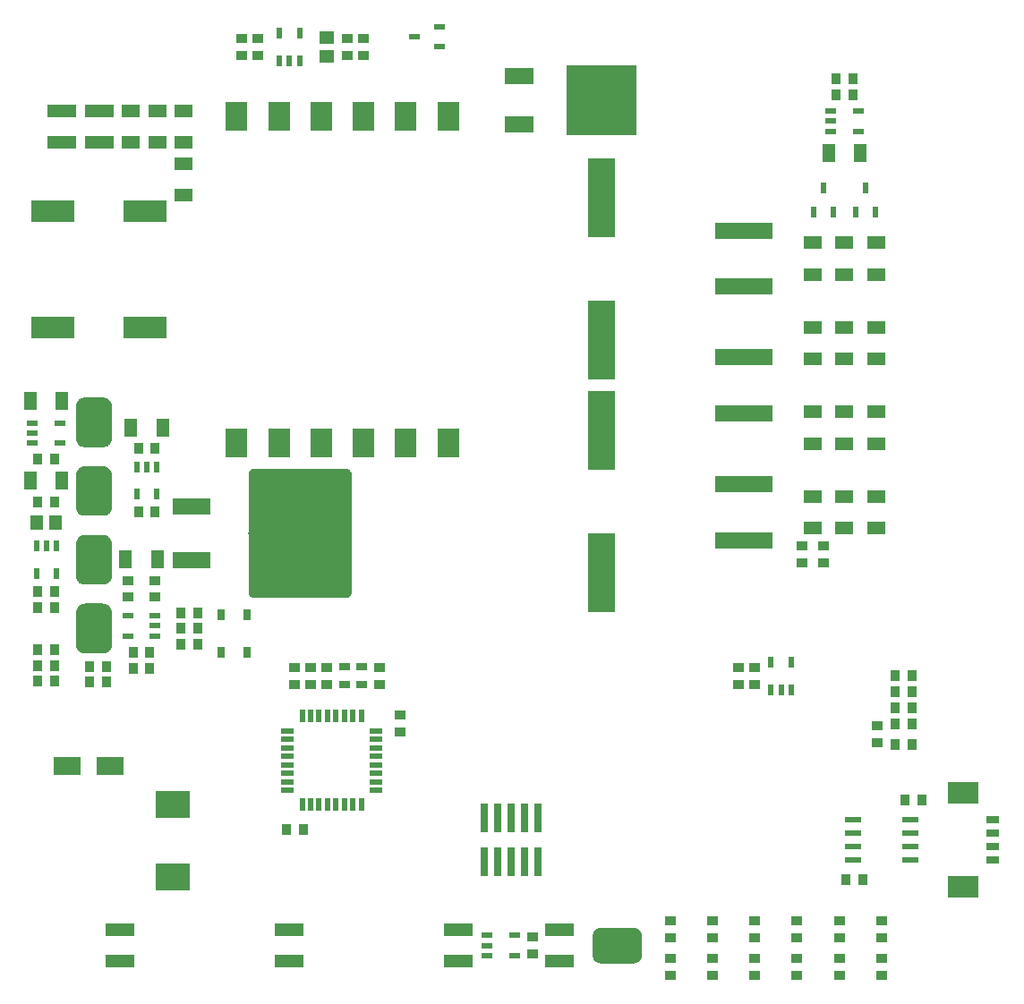
<source format=gtp>
G04 #@! TF.GenerationSoftware,KiCad,Pcbnew,5.1.4-e60b266~84~ubuntu18.04.1*
G04 #@! TF.CreationDate,2019-09-05T01:59:36+01:00*
G04 #@! TF.ProjectId,psu,7073752e-6b69-4636-9164-5f7063625858,1*
G04 #@! TF.SameCoordinates,Original*
G04 #@! TF.FileFunction,Paste,Top*
G04 #@! TF.FilePolarity,Positive*
%FSLAX46Y46*%
G04 Gerber Fmt 4.6, Leading zero omitted, Abs format (unit mm)*
G04 Created by KiCad (PCBNEW 5.1.4-e60b266~84~ubuntu18.04.1) date 2019-09-05 01:59:36*
%MOMM*%
%LPD*%
G04 APERTURE LIST*
%ADD10R,0.600000X1.100000*%
%ADD11R,1.300000X0.800000*%
%ADD12R,3.000000X2.100000*%
%ADD13R,1.550000X0.600000*%
%ADD14R,0.950000X1.000000*%
%ADD15R,2.700000X1.150000*%
%ADD16R,1.000000X0.950000*%
%ADD17C,0.100000*%
%ADD18C,3.400000*%
%ADD19R,1.800000X1.150000*%
%ADD20R,1.150000X1.800000*%
%ADD21R,1.000000X0.800000*%
%ADD22R,2.000000X2.750000*%
%ADD23R,1.000000X0.600000*%
%ADD24C,1.600000*%
%ADD25C,9.750000*%
%ADD26R,0.740000X2.790000*%
%ADD27R,1.100000X0.600000*%
%ADD28R,1.200000X0.500000*%
%ADD29R,0.500000X1.200000*%
%ADD30R,0.600000X1.000000*%
%ADD31R,6.700000X6.700000*%
%ADD32R,2.800000X1.600000*%
%ADD33R,0.800000X1.000000*%
%ADD34R,3.300000X2.500000*%
%ADD35R,2.500000X1.700000*%
%ADD36R,1.450000X1.150000*%
%ADD37R,5.400000X1.550000*%
%ADD38R,2.500000X7.500000*%
%ADD39R,4.100000X2.000000*%
%ADD40R,1.150000X1.450000*%
G04 APERTURE END LIST*
D10*
X107950000Y-107800000D03*
X106050000Y-107800000D03*
X106050000Y-105200000D03*
X107000000Y-105200000D03*
X107950000Y-105200000D03*
D11*
X196500000Y-134875000D03*
X196500000Y-133625000D03*
X196500000Y-132375000D03*
X196500000Y-131125000D03*
D12*
X193750000Y-137425000D03*
X193750000Y-128575000D03*
D13*
X188700000Y-131095000D03*
X188700000Y-132365000D03*
X188700000Y-133635000D03*
X188700000Y-134905000D03*
X183300000Y-134905000D03*
X183300000Y-133635000D03*
X183300000Y-132365000D03*
X183300000Y-131095000D03*
D14*
X188200000Y-129250000D03*
X189800000Y-129250000D03*
X182600000Y-136750000D03*
X184200000Y-136750000D03*
D15*
X146000000Y-144500000D03*
X146000000Y-141500000D03*
D10*
X175550000Y-116200000D03*
X177450000Y-116200000D03*
X177450000Y-118800000D03*
X176500000Y-118800000D03*
X175550000Y-118800000D03*
D16*
X174000000Y-118300000D03*
X174000000Y-116700000D03*
X172500000Y-118300000D03*
X172500000Y-116700000D03*
D17*
G36*
X112433315Y-91154093D02*
G01*
X112515827Y-91166333D01*
X112596742Y-91186601D01*
X112675281Y-91214702D01*
X112750687Y-91250367D01*
X112822235Y-91293251D01*
X112889234Y-91342941D01*
X112951041Y-91398959D01*
X113007059Y-91460766D01*
X113056749Y-91527765D01*
X113099633Y-91599313D01*
X113135298Y-91674719D01*
X113163399Y-91753258D01*
X113183667Y-91834173D01*
X113195907Y-91916685D01*
X113200000Y-92000000D01*
X113200000Y-95000000D01*
X113195907Y-95083315D01*
X113183667Y-95165827D01*
X113163399Y-95246742D01*
X113135298Y-95325281D01*
X113099633Y-95400687D01*
X113056749Y-95472235D01*
X113007059Y-95539234D01*
X112951041Y-95601041D01*
X112889234Y-95657059D01*
X112822235Y-95706749D01*
X112750687Y-95749633D01*
X112675281Y-95785298D01*
X112596742Y-95813399D01*
X112515827Y-95833667D01*
X112433315Y-95845907D01*
X112350000Y-95850000D01*
X110650000Y-95850000D01*
X110566685Y-95845907D01*
X110484173Y-95833667D01*
X110403258Y-95813399D01*
X110324719Y-95785298D01*
X110249313Y-95749633D01*
X110177765Y-95706749D01*
X110110766Y-95657059D01*
X110048959Y-95601041D01*
X109992941Y-95539234D01*
X109943251Y-95472235D01*
X109900367Y-95400687D01*
X109864702Y-95325281D01*
X109836601Y-95246742D01*
X109816333Y-95165827D01*
X109804093Y-95083315D01*
X109800000Y-95000000D01*
X109800000Y-92000000D01*
X109804093Y-91916685D01*
X109816333Y-91834173D01*
X109836601Y-91753258D01*
X109864702Y-91674719D01*
X109900367Y-91599313D01*
X109943251Y-91527765D01*
X109992941Y-91460766D01*
X110048959Y-91398959D01*
X110110766Y-91342941D01*
X110177765Y-91293251D01*
X110249313Y-91250367D01*
X110324719Y-91214702D01*
X110403258Y-91186601D01*
X110484173Y-91166333D01*
X110566685Y-91154093D01*
X110650000Y-91150000D01*
X112350000Y-91150000D01*
X112433315Y-91154093D01*
X112433315Y-91154093D01*
G37*
D18*
X111500000Y-93500000D03*
D17*
G36*
X112433315Y-104154093D02*
G01*
X112515827Y-104166333D01*
X112596742Y-104186601D01*
X112675281Y-104214702D01*
X112750687Y-104250367D01*
X112822235Y-104293251D01*
X112889234Y-104342941D01*
X112951041Y-104398959D01*
X113007059Y-104460766D01*
X113056749Y-104527765D01*
X113099633Y-104599313D01*
X113135298Y-104674719D01*
X113163399Y-104753258D01*
X113183667Y-104834173D01*
X113195907Y-104916685D01*
X113200000Y-105000000D01*
X113200000Y-108000000D01*
X113195907Y-108083315D01*
X113183667Y-108165827D01*
X113163399Y-108246742D01*
X113135298Y-108325281D01*
X113099633Y-108400687D01*
X113056749Y-108472235D01*
X113007059Y-108539234D01*
X112951041Y-108601041D01*
X112889234Y-108657059D01*
X112822235Y-108706749D01*
X112750687Y-108749633D01*
X112675281Y-108785298D01*
X112596742Y-108813399D01*
X112515827Y-108833667D01*
X112433315Y-108845907D01*
X112350000Y-108850000D01*
X110650000Y-108850000D01*
X110566685Y-108845907D01*
X110484173Y-108833667D01*
X110403258Y-108813399D01*
X110324719Y-108785298D01*
X110249313Y-108749633D01*
X110177765Y-108706749D01*
X110110766Y-108657059D01*
X110048959Y-108601041D01*
X109992941Y-108539234D01*
X109943251Y-108472235D01*
X109900367Y-108400687D01*
X109864702Y-108325281D01*
X109836601Y-108246742D01*
X109816333Y-108165827D01*
X109804093Y-108083315D01*
X109800000Y-108000000D01*
X109800000Y-105000000D01*
X109804093Y-104916685D01*
X109816333Y-104834173D01*
X109836601Y-104753258D01*
X109864702Y-104674719D01*
X109900367Y-104599313D01*
X109943251Y-104527765D01*
X109992941Y-104460766D01*
X110048959Y-104398959D01*
X110110766Y-104342941D01*
X110177765Y-104293251D01*
X110249313Y-104250367D01*
X110324719Y-104214702D01*
X110403258Y-104186601D01*
X110484173Y-104166333D01*
X110566685Y-104154093D01*
X110650000Y-104150000D01*
X112350000Y-104150000D01*
X112433315Y-104154093D01*
X112433315Y-104154093D01*
G37*
D18*
X111500000Y-106500000D03*
D17*
G36*
X112433315Y-110654093D02*
G01*
X112515827Y-110666333D01*
X112596742Y-110686601D01*
X112675281Y-110714702D01*
X112750687Y-110750367D01*
X112822235Y-110793251D01*
X112889234Y-110842941D01*
X112951041Y-110898959D01*
X113007059Y-110960766D01*
X113056749Y-111027765D01*
X113099633Y-111099313D01*
X113135298Y-111174719D01*
X113163399Y-111253258D01*
X113183667Y-111334173D01*
X113195907Y-111416685D01*
X113200000Y-111500000D01*
X113200000Y-114500000D01*
X113195907Y-114583315D01*
X113183667Y-114665827D01*
X113163399Y-114746742D01*
X113135298Y-114825281D01*
X113099633Y-114900687D01*
X113056749Y-114972235D01*
X113007059Y-115039234D01*
X112951041Y-115101041D01*
X112889234Y-115157059D01*
X112822235Y-115206749D01*
X112750687Y-115249633D01*
X112675281Y-115285298D01*
X112596742Y-115313399D01*
X112515827Y-115333667D01*
X112433315Y-115345907D01*
X112350000Y-115350000D01*
X110650000Y-115350000D01*
X110566685Y-115345907D01*
X110484173Y-115333667D01*
X110403258Y-115313399D01*
X110324719Y-115285298D01*
X110249313Y-115249633D01*
X110177765Y-115206749D01*
X110110766Y-115157059D01*
X110048959Y-115101041D01*
X109992941Y-115039234D01*
X109943251Y-114972235D01*
X109900367Y-114900687D01*
X109864702Y-114825281D01*
X109836601Y-114746742D01*
X109816333Y-114665827D01*
X109804093Y-114583315D01*
X109800000Y-114500000D01*
X109800000Y-111500000D01*
X109804093Y-111416685D01*
X109816333Y-111334173D01*
X109836601Y-111253258D01*
X109864702Y-111174719D01*
X109900367Y-111099313D01*
X109943251Y-111027765D01*
X109992941Y-110960766D01*
X110048959Y-110898959D01*
X110110766Y-110842941D01*
X110177765Y-110793251D01*
X110249313Y-110750367D01*
X110324719Y-110714702D01*
X110403258Y-110686601D01*
X110484173Y-110666333D01*
X110566685Y-110654093D01*
X110650000Y-110650000D01*
X112350000Y-110650000D01*
X112433315Y-110654093D01*
X112433315Y-110654093D01*
G37*
D18*
X111500000Y-113000000D03*
D17*
G36*
X112433315Y-97654093D02*
G01*
X112515827Y-97666333D01*
X112596742Y-97686601D01*
X112675281Y-97714702D01*
X112750687Y-97750367D01*
X112822235Y-97793251D01*
X112889234Y-97842941D01*
X112951041Y-97898959D01*
X113007059Y-97960766D01*
X113056749Y-98027765D01*
X113099633Y-98099313D01*
X113135298Y-98174719D01*
X113163399Y-98253258D01*
X113183667Y-98334173D01*
X113195907Y-98416685D01*
X113200000Y-98500000D01*
X113200000Y-101500000D01*
X113195907Y-101583315D01*
X113183667Y-101665827D01*
X113163399Y-101746742D01*
X113135298Y-101825281D01*
X113099633Y-101900687D01*
X113056749Y-101972235D01*
X113007059Y-102039234D01*
X112951041Y-102101041D01*
X112889234Y-102157059D01*
X112822235Y-102206749D01*
X112750687Y-102249633D01*
X112675281Y-102285298D01*
X112596742Y-102313399D01*
X112515827Y-102333667D01*
X112433315Y-102345907D01*
X112350000Y-102350000D01*
X110650000Y-102350000D01*
X110566685Y-102345907D01*
X110484173Y-102333667D01*
X110403258Y-102313399D01*
X110324719Y-102285298D01*
X110249313Y-102249633D01*
X110177765Y-102206749D01*
X110110766Y-102157059D01*
X110048959Y-102101041D01*
X109992941Y-102039234D01*
X109943251Y-101972235D01*
X109900367Y-101900687D01*
X109864702Y-101825281D01*
X109836601Y-101746742D01*
X109816333Y-101665827D01*
X109804093Y-101583315D01*
X109800000Y-101500000D01*
X109800000Y-98500000D01*
X109804093Y-98416685D01*
X109816333Y-98334173D01*
X109836601Y-98253258D01*
X109864702Y-98174719D01*
X109900367Y-98099313D01*
X109943251Y-98027765D01*
X109992941Y-97960766D01*
X110048959Y-97898959D01*
X110110766Y-97842941D01*
X110177765Y-97793251D01*
X110249313Y-97750367D01*
X110324719Y-97714702D01*
X110403258Y-97686601D01*
X110484173Y-97666333D01*
X110566685Y-97654093D01*
X110650000Y-97650000D01*
X112350000Y-97650000D01*
X112433315Y-97654093D01*
X112433315Y-97654093D01*
G37*
D18*
X111500000Y-100000000D03*
D17*
G36*
X162583315Y-141304093D02*
G01*
X162665827Y-141316333D01*
X162746742Y-141336601D01*
X162825281Y-141364702D01*
X162900687Y-141400367D01*
X162972235Y-141443251D01*
X163039234Y-141492941D01*
X163101041Y-141548959D01*
X163157059Y-141610766D01*
X163206749Y-141677765D01*
X163249633Y-141749313D01*
X163285298Y-141824719D01*
X163313399Y-141903258D01*
X163333667Y-141984173D01*
X163345907Y-142066685D01*
X163350000Y-142150000D01*
X163350000Y-143850000D01*
X163345907Y-143933315D01*
X163333667Y-144015827D01*
X163313399Y-144096742D01*
X163285298Y-144175281D01*
X163249633Y-144250687D01*
X163206749Y-144322235D01*
X163157059Y-144389234D01*
X163101041Y-144451041D01*
X163039234Y-144507059D01*
X162972235Y-144556749D01*
X162900687Y-144599633D01*
X162825281Y-144635298D01*
X162746742Y-144663399D01*
X162665827Y-144683667D01*
X162583315Y-144695907D01*
X162500000Y-144700000D01*
X159500000Y-144700000D01*
X159416685Y-144695907D01*
X159334173Y-144683667D01*
X159253258Y-144663399D01*
X159174719Y-144635298D01*
X159099313Y-144599633D01*
X159027765Y-144556749D01*
X158960766Y-144507059D01*
X158898959Y-144451041D01*
X158842941Y-144389234D01*
X158793251Y-144322235D01*
X158750367Y-144250687D01*
X158714702Y-144175281D01*
X158686601Y-144096742D01*
X158666333Y-144015827D01*
X158654093Y-143933315D01*
X158650000Y-143850000D01*
X158650000Y-142150000D01*
X158654093Y-142066685D01*
X158666333Y-141984173D01*
X158686601Y-141903258D01*
X158714702Y-141824719D01*
X158750367Y-141749313D01*
X158793251Y-141677765D01*
X158842941Y-141610766D01*
X158898959Y-141548959D01*
X158960766Y-141492941D01*
X159027765Y-141443251D01*
X159099313Y-141400367D01*
X159174719Y-141364702D01*
X159253258Y-141336601D01*
X159334173Y-141316333D01*
X159416685Y-141304093D01*
X159500000Y-141300000D01*
X162500000Y-141300000D01*
X162583315Y-141304093D01*
X162583315Y-141304093D01*
G37*
D18*
X161000000Y-143000000D03*
D19*
X185500000Y-103500000D03*
X185500000Y-100500000D03*
X185500000Y-95500000D03*
X185500000Y-92500000D03*
X185500000Y-87500000D03*
X185500000Y-84500000D03*
X185500000Y-79500000D03*
X185500000Y-76500000D03*
X179500000Y-103500000D03*
X179500000Y-100500000D03*
X179500000Y-95500000D03*
X179500000Y-92500000D03*
X179500000Y-87500000D03*
X179500000Y-84500000D03*
X179500000Y-79500000D03*
X179500000Y-76500000D03*
D20*
X105500000Y-99000000D03*
X108500000Y-99000000D03*
D21*
X136800000Y-116650000D03*
X136800000Y-118350000D03*
X135200000Y-118350000D03*
X135200000Y-116650000D03*
D22*
X125000000Y-64525000D03*
X129000000Y-64525000D03*
X133000000Y-64525000D03*
X137000000Y-64525000D03*
X141000000Y-64525000D03*
X145000000Y-64525000D03*
X145000000Y-95475000D03*
X141000000Y-95475000D03*
X137000000Y-95475000D03*
X133000000Y-95475000D03*
X129000000Y-95475000D03*
X125000000Y-95475000D03*
D20*
X181000000Y-68000000D03*
X184000000Y-68000000D03*
D16*
X135500000Y-58800000D03*
X135500000Y-57200000D03*
X137000000Y-58800000D03*
X137000000Y-57200000D03*
D19*
X182500000Y-103500000D03*
X182500000Y-100500000D03*
X182500000Y-95500000D03*
X182500000Y-92500000D03*
X182500000Y-87500000D03*
X182500000Y-84500000D03*
X182500000Y-79500000D03*
X182500000Y-76500000D03*
D16*
X180500000Y-106800000D03*
X180500000Y-105200000D03*
D14*
X115200000Y-116750000D03*
X116800000Y-116750000D03*
X115200000Y-115250000D03*
X116800000Y-115250000D03*
D16*
X114750000Y-108450000D03*
X114750000Y-110050000D03*
X117250000Y-108450000D03*
X117250000Y-110050000D03*
D14*
X119700000Y-114500000D03*
X121300000Y-114500000D03*
X121300000Y-113000000D03*
X119700000Y-113000000D03*
X119700000Y-111500000D03*
X121300000Y-111500000D03*
D20*
X114500000Y-106500000D03*
X117500000Y-106500000D03*
D19*
X120000000Y-72000000D03*
X120000000Y-69000000D03*
D14*
X115700000Y-102000000D03*
X117300000Y-102000000D03*
X107800000Y-101000000D03*
X106200000Y-101000000D03*
D20*
X108500000Y-91500000D03*
X105500000Y-91500000D03*
D14*
X187300000Y-122000000D03*
X188900000Y-122000000D03*
X187300000Y-119000000D03*
X188900000Y-119000000D03*
D16*
X185600000Y-123800000D03*
X185600000Y-122200000D03*
X178000000Y-142300000D03*
X178000000Y-140700000D03*
X182000000Y-142300000D03*
X182000000Y-140700000D03*
X186000000Y-142300000D03*
X186000000Y-140700000D03*
X174000000Y-142300000D03*
X174000000Y-140700000D03*
X170000000Y-142300000D03*
X170000000Y-140700000D03*
D14*
X106200000Y-116500000D03*
X107800000Y-116500000D03*
X107800000Y-115000000D03*
X106200000Y-115000000D03*
D16*
X166000000Y-142300000D03*
X166000000Y-140700000D03*
D23*
X141850000Y-57000000D03*
X144150000Y-56050000D03*
X144150000Y-57950000D03*
D17*
G36*
X122385523Y-105740478D02*
G01*
X122395153Y-105741906D01*
X122404596Y-105744272D01*
X122413762Y-105747551D01*
X122422563Y-105751713D01*
X122430913Y-105756718D01*
X122438732Y-105762517D01*
X122445945Y-105769055D01*
X122452483Y-105776268D01*
X122458282Y-105784087D01*
X122463287Y-105792437D01*
X122467449Y-105801238D01*
X122470728Y-105810404D01*
X122473094Y-105819847D01*
X122474522Y-105829477D01*
X122475000Y-105839200D01*
X122475000Y-107240800D01*
X122474522Y-107250523D01*
X122473094Y-107260153D01*
X122470728Y-107269596D01*
X122467449Y-107278762D01*
X122463287Y-107287563D01*
X122458282Y-107295913D01*
X122452483Y-107303732D01*
X122445945Y-107310945D01*
X122438732Y-107317483D01*
X122430913Y-107323282D01*
X122422563Y-107328287D01*
X122413762Y-107332449D01*
X122404596Y-107335728D01*
X122395153Y-107338094D01*
X122385523Y-107339522D01*
X122375800Y-107340000D01*
X119074200Y-107340000D01*
X119064477Y-107339522D01*
X119054847Y-107338094D01*
X119045404Y-107335728D01*
X119036238Y-107332449D01*
X119027437Y-107328287D01*
X119019087Y-107323282D01*
X119011268Y-107317483D01*
X119004055Y-107310945D01*
X118997517Y-107303732D01*
X118991718Y-107295913D01*
X118986713Y-107287563D01*
X118982551Y-107278762D01*
X118979272Y-107269596D01*
X118976906Y-107260153D01*
X118975478Y-107250523D01*
X118975000Y-107240800D01*
X118975000Y-105839200D01*
X118975478Y-105829477D01*
X118976906Y-105819847D01*
X118979272Y-105810404D01*
X118982551Y-105801238D01*
X118986713Y-105792437D01*
X118991718Y-105784087D01*
X118997517Y-105776268D01*
X119004055Y-105769055D01*
X119011268Y-105762517D01*
X119019087Y-105756718D01*
X119027437Y-105751713D01*
X119036238Y-105747551D01*
X119045404Y-105744272D01*
X119054847Y-105741906D01*
X119064477Y-105740478D01*
X119074200Y-105740000D01*
X122375800Y-105740000D01*
X122385523Y-105740478D01*
X122385523Y-105740478D01*
G37*
D24*
X120725000Y-106540000D03*
D17*
G36*
X122385523Y-100660478D02*
G01*
X122395153Y-100661906D01*
X122404596Y-100664272D01*
X122413762Y-100667551D01*
X122422563Y-100671713D01*
X122430913Y-100676718D01*
X122438732Y-100682517D01*
X122445945Y-100689055D01*
X122452483Y-100696268D01*
X122458282Y-100704087D01*
X122463287Y-100712437D01*
X122467449Y-100721238D01*
X122470728Y-100730404D01*
X122473094Y-100739847D01*
X122474522Y-100749477D01*
X122475000Y-100759200D01*
X122475000Y-102160800D01*
X122474522Y-102170523D01*
X122473094Y-102180153D01*
X122470728Y-102189596D01*
X122467449Y-102198762D01*
X122463287Y-102207563D01*
X122458282Y-102215913D01*
X122452483Y-102223732D01*
X122445945Y-102230945D01*
X122438732Y-102237483D01*
X122430913Y-102243282D01*
X122422563Y-102248287D01*
X122413762Y-102252449D01*
X122404596Y-102255728D01*
X122395153Y-102258094D01*
X122385523Y-102259522D01*
X122375800Y-102260000D01*
X119074200Y-102260000D01*
X119064477Y-102259522D01*
X119054847Y-102258094D01*
X119045404Y-102255728D01*
X119036238Y-102252449D01*
X119027437Y-102248287D01*
X119019087Y-102243282D01*
X119011268Y-102237483D01*
X119004055Y-102230945D01*
X118997517Y-102223732D01*
X118991718Y-102215913D01*
X118986713Y-102207563D01*
X118982551Y-102198762D01*
X118979272Y-102189596D01*
X118976906Y-102180153D01*
X118975478Y-102170523D01*
X118975000Y-102160800D01*
X118975000Y-100759200D01*
X118975478Y-100749477D01*
X118976906Y-100739847D01*
X118979272Y-100730404D01*
X118982551Y-100721238D01*
X118986713Y-100712437D01*
X118991718Y-100704087D01*
X118997517Y-100696268D01*
X119004055Y-100689055D01*
X119011268Y-100682517D01*
X119019087Y-100676718D01*
X119027437Y-100671713D01*
X119036238Y-100667551D01*
X119045404Y-100664272D01*
X119054847Y-100661906D01*
X119064477Y-100660478D01*
X119074200Y-100660000D01*
X122375800Y-100660000D01*
X122385523Y-100660478D01*
X122385523Y-100660478D01*
G37*
D24*
X120725000Y-101460000D03*
D17*
G36*
X135426490Y-97902394D02*
G01*
X135474759Y-97909555D01*
X135522095Y-97921411D01*
X135568040Y-97937851D01*
X135612153Y-97958715D01*
X135654008Y-97983802D01*
X135693202Y-98012870D01*
X135729359Y-98045641D01*
X135762130Y-98081798D01*
X135791198Y-98120992D01*
X135816285Y-98162847D01*
X135837149Y-98206960D01*
X135853589Y-98252905D01*
X135865445Y-98300241D01*
X135872606Y-98348510D01*
X135875000Y-98397249D01*
X135875000Y-109602751D01*
X135872606Y-109651490D01*
X135865445Y-109699759D01*
X135853589Y-109747095D01*
X135837149Y-109793040D01*
X135816285Y-109837153D01*
X135791198Y-109879008D01*
X135762130Y-109918202D01*
X135729359Y-109954359D01*
X135693202Y-109987130D01*
X135654008Y-110016198D01*
X135612153Y-110041285D01*
X135568040Y-110062149D01*
X135522095Y-110078589D01*
X135474759Y-110090445D01*
X135426490Y-110097606D01*
X135377751Y-110100000D01*
X126622249Y-110100000D01*
X126573510Y-110097606D01*
X126525241Y-110090445D01*
X126477905Y-110078589D01*
X126431960Y-110062149D01*
X126387847Y-110041285D01*
X126345992Y-110016198D01*
X126306798Y-109987130D01*
X126270641Y-109954359D01*
X126237870Y-109918202D01*
X126208802Y-109879008D01*
X126183715Y-109837153D01*
X126162851Y-109793040D01*
X126146411Y-109747095D01*
X126134555Y-109699759D01*
X126127394Y-109651490D01*
X126125000Y-109602751D01*
X126125000Y-98397249D01*
X126127394Y-98348510D01*
X126134555Y-98300241D01*
X126146411Y-98252905D01*
X126162851Y-98206960D01*
X126183715Y-98162847D01*
X126208802Y-98120992D01*
X126237870Y-98081798D01*
X126270641Y-98045641D01*
X126306798Y-98012870D01*
X126345992Y-97983802D01*
X126387847Y-97958715D01*
X126431960Y-97937851D01*
X126477905Y-97921411D01*
X126525241Y-97909555D01*
X126573510Y-97902394D01*
X126622249Y-97900000D01*
X135377751Y-97900000D01*
X135426490Y-97902394D01*
X135426490Y-97902394D01*
G37*
D25*
X131000000Y-104000000D03*
D26*
X153540000Y-130965000D03*
X153540000Y-135035000D03*
X152270000Y-130965000D03*
X152270000Y-135035000D03*
X151000000Y-130965000D03*
X151000000Y-135035000D03*
X149730000Y-130965000D03*
X149730000Y-135035000D03*
X148460000Y-130965000D03*
X148460000Y-135035000D03*
D16*
X133500000Y-116700000D03*
X133500000Y-118300000D03*
D10*
X129050000Y-56700000D03*
X130950000Y-56700000D03*
X130950000Y-59300000D03*
X130000000Y-59300000D03*
X129050000Y-59300000D03*
D27*
X183800000Y-64050000D03*
X183800000Y-65950000D03*
X181200000Y-65950000D03*
X181200000Y-65000000D03*
X181200000Y-64050000D03*
X114700000Y-113700000D03*
X114700000Y-111800000D03*
X117300000Y-111800000D03*
X117300000Y-112750000D03*
X117300000Y-113700000D03*
D10*
X117450000Y-100300000D03*
X115550000Y-100300000D03*
X115550000Y-97700000D03*
X116500000Y-97700000D03*
X117450000Y-97700000D03*
D27*
X108300000Y-93550000D03*
X108300000Y-95450000D03*
X105700000Y-95450000D03*
X105700000Y-94500000D03*
X105700000Y-93550000D03*
X151300000Y-142050000D03*
X151300000Y-143950000D03*
X148700000Y-143950000D03*
X148700000Y-143000000D03*
X148700000Y-142050000D03*
D28*
X138200000Y-122700000D03*
X138200000Y-123500000D03*
X138200000Y-124300000D03*
X138200000Y-125100000D03*
X138200000Y-125900000D03*
X138200000Y-126700000D03*
X138200000Y-127500000D03*
X138200000Y-128300000D03*
D29*
X136800000Y-129700000D03*
X136000000Y-129700000D03*
X135200000Y-129700000D03*
X134400000Y-129700000D03*
X133600000Y-129700000D03*
X132800000Y-129700000D03*
X132000000Y-129700000D03*
X131200000Y-129700000D03*
D28*
X129800000Y-128300000D03*
X129800000Y-127500000D03*
X129800000Y-126700000D03*
X129800000Y-125900000D03*
X129800000Y-125100000D03*
X129800000Y-124300000D03*
X129800000Y-123500000D03*
X129800000Y-122700000D03*
D29*
X131200000Y-121300000D03*
X132000000Y-121300000D03*
X132800000Y-121300000D03*
X133600000Y-121300000D03*
X134400000Y-121300000D03*
X135200000Y-121300000D03*
X136000000Y-121300000D03*
X136800000Y-121300000D03*
D30*
X184500000Y-71350000D03*
X185450000Y-73650000D03*
X183550000Y-73650000D03*
X180500000Y-71350000D03*
X181450000Y-73650000D03*
X179550000Y-73650000D03*
D31*
X159500000Y-63000000D03*
D32*
X151750000Y-60714000D03*
X151750000Y-65286000D03*
D33*
X123500000Y-111700000D03*
X123500000Y-115300000D03*
X126000000Y-115300000D03*
X126000000Y-111700000D03*
D14*
X187300000Y-124000000D03*
X188900000Y-124000000D03*
X187300000Y-120500000D03*
X188900000Y-120500000D03*
X187300000Y-117500000D03*
X188900000Y-117500000D03*
D16*
X178000000Y-144200000D03*
X178000000Y-145800000D03*
X182000000Y-144200000D03*
X182000000Y-145800000D03*
X186000000Y-144200000D03*
X186000000Y-145800000D03*
X174000000Y-144200000D03*
X174000000Y-145800000D03*
X170000000Y-144200000D03*
X170000000Y-145800000D03*
X166000000Y-144200000D03*
X166000000Y-145800000D03*
D34*
X119000000Y-136550000D03*
X119000000Y-129650000D03*
D35*
X109000000Y-126000000D03*
X113000000Y-126000000D03*
D36*
X133500000Y-58900000D03*
X133500000Y-57100000D03*
D16*
X125500000Y-58800000D03*
X125500000Y-57200000D03*
X127000000Y-58800000D03*
X127000000Y-57200000D03*
D14*
X181700000Y-62500000D03*
X183300000Y-62500000D03*
X183300000Y-61000000D03*
X181700000Y-61000000D03*
D16*
X178500000Y-106800000D03*
X178500000Y-105200000D03*
D37*
X173000000Y-104650000D03*
X173000000Y-99350000D03*
X173000000Y-92650000D03*
X173000000Y-87350000D03*
X173000000Y-80650000D03*
X173000000Y-75350000D03*
D14*
X111100000Y-118100000D03*
X112700000Y-118100000D03*
D38*
X159500000Y-94250000D03*
X159500000Y-107750000D03*
X159500000Y-72250000D03*
X159500000Y-85750000D03*
D14*
X111100000Y-116600000D03*
X112700000Y-116600000D03*
D19*
X120000000Y-67000000D03*
X120000000Y-64000000D03*
D14*
X117300000Y-96000000D03*
X115700000Y-96000000D03*
D19*
X115000000Y-67000000D03*
X115000000Y-64000000D03*
D20*
X118000000Y-94000000D03*
X115000000Y-94000000D03*
D19*
X117500000Y-67000000D03*
X117500000Y-64000000D03*
D15*
X108500000Y-67000000D03*
X108500000Y-64000000D03*
X112000000Y-67000000D03*
X112000000Y-64000000D03*
D39*
X107650000Y-73500000D03*
X116350000Y-73500000D03*
X107650000Y-84500000D03*
X116350000Y-84500000D03*
D40*
X107900000Y-103000000D03*
X106100000Y-103000000D03*
D14*
X106200000Y-111000000D03*
X107800000Y-111000000D03*
X106200000Y-97000000D03*
X107800000Y-97000000D03*
X106200000Y-109500000D03*
X107800000Y-109500000D03*
D16*
X153000000Y-143800000D03*
X153000000Y-142200000D03*
D15*
X130000000Y-144500000D03*
X130000000Y-141500000D03*
D16*
X132000000Y-116700000D03*
X132000000Y-118300000D03*
X130500000Y-116700000D03*
X130500000Y-118300000D03*
D15*
X114000000Y-144500000D03*
X114000000Y-141500000D03*
D14*
X129700000Y-132000000D03*
X131300000Y-132000000D03*
D16*
X140500000Y-122800000D03*
X140500000Y-121200000D03*
X138500000Y-118300000D03*
X138500000Y-116700000D03*
D15*
X155500000Y-144500000D03*
X155500000Y-141500000D03*
D14*
X106200000Y-118000000D03*
X107800000Y-118000000D03*
M02*

</source>
